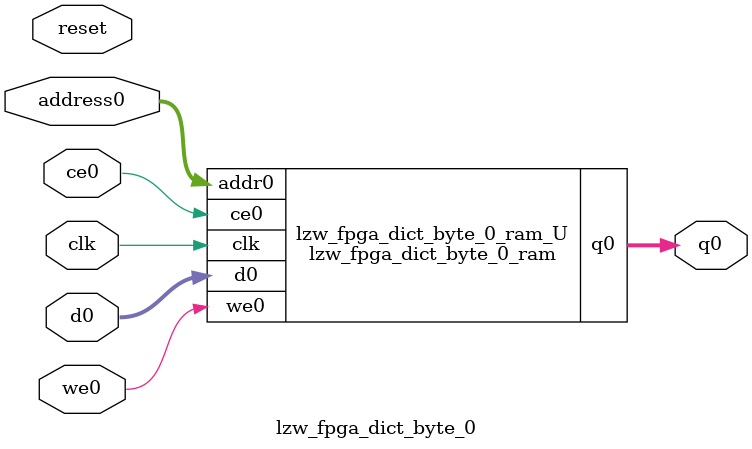
<source format=v>
`timescale 1 ns / 1 ps
module lzw_fpga_dict_byte_0_ram (addr0, ce0, d0, we0, q0,  clk);

parameter DWIDTH = 8;
parameter AWIDTH = 8;
parameter MEM_SIZE = 256;

input[AWIDTH-1:0] addr0;
input ce0;
input[DWIDTH-1:0] d0;
input we0;
output reg[DWIDTH-1:0] q0;
input clk;

reg [DWIDTH-1:0] ram[0:MEM_SIZE-1];




always @(posedge clk)  
begin 
    if (ce0) begin
        if (we0) 
            ram[addr0] <= d0; 
        q0 <= ram[addr0];
    end
end


endmodule

`timescale 1 ns / 1 ps
module lzw_fpga_dict_byte_0(
    reset,
    clk,
    address0,
    ce0,
    we0,
    d0,
    q0);

parameter DataWidth = 32'd8;
parameter AddressRange = 32'd256;
parameter AddressWidth = 32'd8;
input reset;
input clk;
input[AddressWidth - 1:0] address0;
input ce0;
input we0;
input[DataWidth - 1:0] d0;
output[DataWidth - 1:0] q0;



lzw_fpga_dict_byte_0_ram lzw_fpga_dict_byte_0_ram_U(
    .clk( clk ),
    .addr0( address0 ),
    .ce0( ce0 ),
    .we0( we0 ),
    .d0( d0 ),
    .q0( q0 ));

endmodule


</source>
